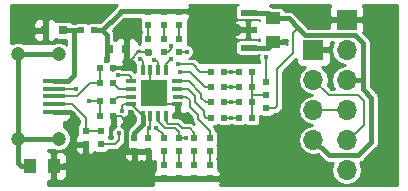
<source format=gtl>
G04 #@! TF.GenerationSoftware,KiCad,Pcbnew,5.0.1-33cea8e~68~ubuntu18.04.1*
G04 #@! TF.CreationDate,2018-11-24T10:41:29+01:00*
G04 #@! TF.ProjectId,FT230XQ_breakout,465432333058515F627265616B6F7574,rev?*
G04 #@! TF.SameCoordinates,Original*
G04 #@! TF.FileFunction,Copper,L1,Top,Signal*
G04 #@! TF.FilePolarity,Positive*
%FSLAX46Y46*%
G04 Gerber Fmt 4.6, Leading zero omitted, Abs format (unit mm)*
G04 Created by KiCad (PCBNEW 5.0.1-33cea8e~68~ubuntu18.04.1) date za 24 nov 2018 10:41:29 CET*
%MOMM*%
%LPD*%
G01*
G04 APERTURE LIST*
G04 #@! TA.AperFunction,SMDPad,CuDef*
%ADD10R,0.950000X0.400000*%
G04 #@! TD*
G04 #@! TA.AperFunction,SMDPad,CuDef*
%ADD11R,0.400000X0.950000*%
G04 #@! TD*
G04 #@! TA.AperFunction,SMDPad,CuDef*
%ADD12R,2.300000X2.300000*%
G04 #@! TD*
G04 #@! TA.AperFunction,ComponentPad*
%ADD13C,1.200000*%
G04 #@! TD*
G04 #@! TA.AperFunction,SMDPad,CuDef*
%ADD14R,1.850000X0.400000*%
G04 #@! TD*
G04 #@! TA.AperFunction,ComponentPad*
%ADD15O,1.700000X1.700000*%
G04 #@! TD*
G04 #@! TA.AperFunction,ComponentPad*
%ADD16R,1.700000X1.700000*%
G04 #@! TD*
G04 #@! TA.AperFunction,SMDPad,CuDef*
%ADD17R,0.800000X0.750000*%
G04 #@! TD*
G04 #@! TA.AperFunction,SMDPad,CuDef*
%ADD18R,0.600000X0.500000*%
G04 #@! TD*
G04 #@! TA.AperFunction,SMDPad,CuDef*
%ADD19R,0.600000X0.600000*%
G04 #@! TD*
G04 #@! TA.AperFunction,SMDPad,CuDef*
%ADD20R,1.250000X1.000000*%
G04 #@! TD*
G04 #@! TA.AperFunction,SMDPad,CuDef*
%ADD21R,0.500000X0.600000*%
G04 #@! TD*
G04 #@! TA.AperFunction,SMDPad,CuDef*
%ADD22R,1.400000X0.480000*%
G04 #@! TD*
G04 #@! TA.AperFunction,SMDPad,CuDef*
%ADD23O,2.850000X1.200000*%
G04 #@! TD*
G04 #@! TA.AperFunction,ComponentPad*
%ADD24R,0.600000X0.600000*%
G04 #@! TD*
G04 #@! TA.AperFunction,SMDPad,CuDef*
%ADD25R,1.000000X1.250000*%
G04 #@! TD*
G04 #@! TA.AperFunction,ViaPad*
%ADD26C,0.600000*%
G04 #@! TD*
G04 #@! TA.AperFunction,ViaPad*
%ADD27C,0.400000*%
G04 #@! TD*
G04 #@! TA.AperFunction,ViaPad*
%ADD28C,0.550000*%
G04 #@! TD*
G04 #@! TA.AperFunction,Conductor*
%ADD29C,0.400000*%
G04 #@! TD*
G04 #@! TA.AperFunction,Conductor*
%ADD30C,0.200000*%
G04 #@! TD*
G04 #@! TA.AperFunction,Conductor*
%ADD31C,0.254000*%
G04 #@! TD*
G04 APERTURE END LIST*
D10*
G04 #@! TO.P,U1,16*
G04 #@! TO.N,Net-(R23-Pad2)*
X159875000Y-66725000D03*
G04 #@! TO.P,U1,15*
G04 #@! TO.N,Net-(R24-Pad2)*
X159875000Y-67375000D03*
G04 #@! TO.P,U1,14*
G04 #@! TO.N,/CBUS3*
X159900000Y-68025000D03*
G04 #@! TO.P,U1,13*
G04 #@! TO.N,GND*
X159875000Y-68675000D03*
D11*
G04 #@! TO.P,U1,12*
G04 #@! TO.N,/CBUS0*
X158875000Y-69675000D03*
G04 #@! TO.P,U1,11*
G04 #@! TO.N,/CBUS1*
X158225000Y-69675000D03*
G04 #@! TO.P,U1,10*
G04 #@! TO.N,VCC*
X157575000Y-69675000D03*
G04 #@! TO.P,U1,9*
G04 #@! TO.N,/3v3int*
X156925000Y-69675000D03*
D10*
G04 #@! TO.P,U1,8*
X155925000Y-68675000D03*
G04 #@! TO.P,U1,7*
G04 #@! TO.N,/USBDM*
X155925000Y-68025000D03*
G04 #@! TO.P,U1,6*
G04 #@! TO.N,/USBDP*
X155925000Y-67375000D03*
G04 #@! TO.P,U1,5*
G04 #@! TO.N,/CBUS2*
X155925000Y-66725000D03*
D11*
G04 #@! TO.P,U1,4*
G04 #@! TO.N,Net-(R22-Pad1)*
X156925000Y-65725000D03*
G04 #@! TO.P,U1,3*
G04 #@! TO.N,GND*
X157575000Y-65725000D03*
G04 #@! TO.P,U1,2*
G04 #@! TO.N,Net-(R21-Pad1)*
X158225000Y-65725000D03*
G04 #@! TO.P,U1,1*
G04 #@! TO.N,/3v3int*
X158875000Y-65725000D03*
D12*
G04 #@! TO.P,U1,17*
G04 #@! TO.N,GND*
X157900000Y-67700000D03*
G04 #@! TD*
D13*
G04 #@! TO.P,J1,S*
G04 #@! TO.N,Net-(C8-Pad1)*
X149825000Y-64425000D03*
X149825000Y-71575000D03*
X146375000Y-64425000D03*
D14*
G04 #@! TO.P,J1,5*
G04 #@! TO.N,GND*
X149400000Y-69300000D03*
G04 #@! TO.P,J1,4*
G04 #@! TO.N,Net-(J1-Pad4)*
X149400000Y-68650000D03*
G04 #@! TO.P,J1,3*
G04 #@! TO.N,Net-(C3-Pad2)*
X149400000Y-68000000D03*
G04 #@! TO.P,J1,2*
G04 #@! TO.N,Net-(C2-Pad2)*
X149400000Y-67350000D03*
G04 #@! TO.P,J1,1*
G04 #@! TO.N,Net-(C1-Pad2)*
X149400000Y-66700000D03*
D13*
G04 #@! TO.P,J1,S*
G04 #@! TO.N,Net-(C8-Pad1)*
X146375000Y-71575000D03*
G04 #@! TD*
D15*
G04 #@! TO.P,J2,6*
G04 #@! TO.N,/RTS*
X174190000Y-74220000D03*
G04 #@! TO.P,J2,5*
G04 #@! TO.N,/RXD*
X174190000Y-71680000D03*
G04 #@! TO.P,J2,4*
G04 #@! TO.N,/TXD*
X174190000Y-69140000D03*
G04 #@! TO.P,J2,3*
G04 #@! TO.N,+3V3*
X174190000Y-66600000D03*
G04 #@! TO.P,J2,2*
G04 #@! TO.N,/CTS*
X174190000Y-64060000D03*
D16*
G04 #@! TO.P,J2,1*
G04 #@! TO.N,GND*
X174190000Y-61520000D03*
G04 #@! TD*
D15*
G04 #@! TO.P,J3,4*
G04 #@! TO.N,+3V3*
X171390000Y-71680000D03*
G04 #@! TO.P,J3,3*
G04 #@! TO.N,/TXD*
X171390000Y-69140000D03*
G04 #@! TO.P,J3,2*
G04 #@! TO.N,/RXD*
X171390000Y-66600000D03*
D16*
G04 #@! TO.P,J3,1*
G04 #@! TO.N,GND*
X171390000Y-64060000D03*
G04 #@! TD*
D17*
G04 #@! TO.P,C1,1*
G04 #@! TO.N,GND*
X148700000Y-62400000D03*
G04 #@! TO.P,C1,2*
G04 #@! TO.N,Net-(C1-Pad2)*
X150200000Y-62400000D03*
G04 #@! TD*
D18*
G04 #@! TO.P,C2,1*
G04 #@! TO.N,GND*
X154450000Y-69700000D03*
G04 #@! TO.P,C2,2*
G04 #@! TO.N,Net-(C2-Pad2)*
X153350000Y-69700000D03*
G04 #@! TD*
G04 #@! TO.P,C3,2*
G04 #@! TO.N,Net-(C3-Pad2)*
X153350000Y-65600000D03*
G04 #@! TO.P,C3,1*
G04 #@! TO.N,GND*
X154450000Y-65600000D03*
G04 #@! TD*
D19*
G04 #@! TO.P,R1,1*
G04 #@! TO.N,VCC*
X152850000Y-62400000D03*
G04 #@! TO.P,R1,2*
G04 #@! TO.N,Net-(C1-Pad2)*
X151750000Y-62400000D03*
G04 #@! TD*
G04 #@! TO.P,R2,2*
G04 #@! TO.N,Net-(J1-Pad4)*
X153400000Y-70950000D03*
G04 #@! TO.P,R2,1*
G04 #@! TO.N,VCC*
X153400000Y-72050000D03*
G04 #@! TD*
G04 #@! TO.P,R3,1*
G04 #@! TO.N,GND*
X152100000Y-72050000D03*
G04 #@! TO.P,R3,2*
G04 #@! TO.N,Net-(J1-Pad4)*
X152100000Y-70950000D03*
G04 #@! TD*
G04 #@! TO.P,R4,2*
G04 #@! TO.N,Net-(C2-Pad2)*
X153350000Y-68400000D03*
G04 #@! TO.P,R4,1*
G04 #@! TO.N,/USBDM*
X154450000Y-68400000D03*
G04 #@! TD*
G04 #@! TO.P,R5,1*
G04 #@! TO.N,/USBDP*
X154450000Y-66900000D03*
G04 #@! TO.P,R5,2*
G04 #@! TO.N,Net-(C3-Pad2)*
X153350000Y-66900000D03*
G04 #@! TD*
D17*
G04 #@! TO.P,C4,1*
G04 #@! TO.N,GND*
X155550000Y-64000000D03*
G04 #@! TO.P,C4,2*
G04 #@! TO.N,VCC*
X154050000Y-64000000D03*
G04 #@! TD*
D20*
G04 #@! TO.P,C5,1*
G04 #@! TO.N,GND*
X168000000Y-63400000D03*
G04 #@! TO.P,C5,2*
G04 #@! TO.N,+3V3*
X168000000Y-61400000D03*
G04 #@! TD*
D21*
G04 #@! TO.P,C6,1*
G04 #@! TO.N,GND*
X157400000Y-72650000D03*
G04 #@! TO.P,C6,2*
G04 #@! TO.N,VCC*
X157400000Y-71550000D03*
G04 #@! TD*
G04 #@! TO.P,C7,2*
G04 #@! TO.N,/3v3int*
X156200000Y-71550000D03*
G04 #@! TO.P,C7,1*
G04 #@! TO.N,GND*
X156200000Y-72650000D03*
G04 #@! TD*
D19*
G04 #@! TO.P,D1,1*
G04 #@! TO.N,Net-(D1-Pad1)*
X157400000Y-61950000D03*
G04 #@! TO.P,D1,2*
G04 #@! TO.N,VCC*
X157400000Y-60850000D03*
G04 #@! TD*
G04 #@! TO.P,D2,1*
G04 #@! TO.N,Net-(D2-Pad1)*
X158700000Y-61950000D03*
G04 #@! TO.P,D2,2*
G04 #@! TO.N,VCC*
X158700000Y-60850000D03*
G04 #@! TD*
G04 #@! TO.P,D3,1*
G04 #@! TO.N,Net-(D3-Pad1)*
X160000000Y-61950000D03*
G04 #@! TO.P,D3,2*
G04 #@! TO.N,VCC*
X160000000Y-60850000D03*
G04 #@! TD*
G04 #@! TO.P,R6,2*
G04 #@! TO.N,Net-(D1-Pad1)*
X157400000Y-63150000D03*
G04 #@! TO.P,R6,1*
G04 #@! TO.N,GND*
X157400000Y-64250000D03*
G04 #@! TD*
G04 #@! TO.P,R7,2*
G04 #@! TO.N,Net-(D2-Pad1)*
X158700000Y-63150000D03*
G04 #@! TO.P,R7,1*
G04 #@! TO.N,/CBUS2*
X158700000Y-64250000D03*
G04 #@! TD*
G04 #@! TO.P,R8,2*
G04 #@! TO.N,Net-(D3-Pad1)*
X160000000Y-63150000D03*
G04 #@! TO.P,R8,1*
G04 #@! TO.N,/CBUS1*
X160000000Y-64250000D03*
G04 #@! TD*
G04 #@! TO.P,R9,1*
G04 #@! TO.N,Net-(R17-Pad2)*
X162600000Y-72650000D03*
G04 #@! TO.P,R9,2*
G04 #@! TO.N,/CBUS3*
X162600000Y-71550000D03*
G04 #@! TD*
G04 #@! TO.P,R10,2*
G04 #@! TO.N,/CBUS2*
X158700000Y-71550000D03*
G04 #@! TO.P,R10,1*
G04 #@! TO.N,Net-(R10-Pad1)*
X158700000Y-72650000D03*
G04 #@! TD*
G04 #@! TO.P,R11,2*
G04 #@! TO.N,/CBUS1*
X160000000Y-71550000D03*
G04 #@! TO.P,R11,1*
G04 #@! TO.N,Net-(R11-Pad1)*
X160000000Y-72650000D03*
G04 #@! TD*
G04 #@! TO.P,R12,2*
G04 #@! TO.N,/CBUS0*
X161300000Y-71550000D03*
G04 #@! TO.P,R12,1*
G04 #@! TO.N,Net-(R12-Pad1)*
X161300000Y-72650000D03*
G04 #@! TD*
G04 #@! TO.P,R13,1*
G04 #@! TO.N,/RXD*
X165050000Y-67200000D03*
G04 #@! TO.P,R13,2*
G04 #@! TO.N,Net-(R13-Pad2)*
X166150000Y-67200000D03*
G04 #@! TD*
G04 #@! TO.P,R14,2*
G04 #@! TO.N,Net-(R13-Pad2)*
X166150000Y-69800000D03*
G04 #@! TO.P,R14,1*
G04 #@! TO.N,/TXD*
X165050000Y-69800000D03*
G04 #@! TD*
G04 #@! TO.P,R15,1*
G04 #@! TO.N,/RTS*
X165050000Y-68500000D03*
G04 #@! TO.P,R15,2*
G04 #@! TO.N,Net-(R13-Pad2)*
X166150000Y-68500000D03*
G04 #@! TD*
G04 #@! TO.P,R16,2*
G04 #@! TO.N,Net-(R13-Pad2)*
X166150000Y-65900000D03*
G04 #@! TO.P,R16,1*
G04 #@! TO.N,/CTS*
X165050000Y-65900000D03*
G04 #@! TD*
G04 #@! TO.P,R17,2*
G04 #@! TO.N,Net-(R17-Pad2)*
X162600000Y-73850000D03*
G04 #@! TO.P,R17,1*
G04 #@! TO.N,GND*
X162600000Y-74950000D03*
G04 #@! TD*
G04 #@! TO.P,R18,1*
G04 #@! TO.N,GND*
X158700000Y-74950000D03*
G04 #@! TO.P,R18,2*
G04 #@! TO.N,Net-(R10-Pad1)*
X158700000Y-73850000D03*
G04 #@! TD*
G04 #@! TO.P,R19,1*
G04 #@! TO.N,GND*
X160000000Y-74950000D03*
G04 #@! TO.P,R19,2*
G04 #@! TO.N,Net-(R11-Pad1)*
X160000000Y-73850000D03*
G04 #@! TD*
G04 #@! TO.P,R20,1*
G04 #@! TO.N,GND*
X161300000Y-74950000D03*
G04 #@! TO.P,R20,2*
G04 #@! TO.N,Net-(R12-Pad1)*
X161300000Y-73850000D03*
G04 #@! TD*
G04 #@! TO.P,R21,1*
G04 #@! TO.N,Net-(R21-Pad1)*
X162750000Y-67200000D03*
G04 #@! TO.P,R21,2*
G04 #@! TO.N,/RXD*
X163850000Y-67200000D03*
G04 #@! TD*
G04 #@! TO.P,R22,2*
G04 #@! TO.N,/CTS*
X163850000Y-65900000D03*
G04 #@! TO.P,R22,1*
G04 #@! TO.N,Net-(R22-Pad1)*
X162750000Y-65900000D03*
G04 #@! TD*
G04 #@! TO.P,R23,1*
G04 #@! TO.N,/RTS*
X163850000Y-68500000D03*
G04 #@! TO.P,R23,2*
G04 #@! TO.N,Net-(R23-Pad2)*
X162750000Y-68500000D03*
G04 #@! TD*
G04 #@! TO.P,R24,2*
G04 #@! TO.N,Net-(R24-Pad2)*
X162750000Y-69800000D03*
G04 #@! TO.P,R24,1*
G04 #@! TO.N,/TXD*
X163850000Y-69800000D03*
G04 #@! TD*
D22*
G04 #@! TO.P,U2,1*
G04 #@! TO.N,GND*
X165900000Y-63900000D03*
G04 #@! TO.P,U2,2*
G04 #@! TO.N,VCC*
X165900000Y-62400000D03*
G04 #@! TO.P,U2,3*
G04 #@! TO.N,+3V3*
X165900000Y-60900000D03*
D23*
G04 #@! TO.P,U2,TAB*
G04 #@! TO.N,VCC*
X163900000Y-62400000D03*
D24*
X164200000Y-62700000D03*
X164200000Y-62100000D03*
X163600000Y-62100000D03*
X163600000Y-62700000D03*
X163000000Y-62400000D03*
X164800000Y-62400000D03*
G04 #@! TD*
D25*
G04 #@! TO.P,C8,1*
G04 #@! TO.N,Net-(C8-Pad1)*
X147400000Y-73900000D03*
G04 #@! TO.P,C8,2*
G04 #@! TO.N,GND*
X149400000Y-73900000D03*
G04 #@! TD*
D19*
G04 #@! TO.P,SJ1,1*
G04 #@! TO.N,/3v3int*
X167400000Y-66800000D03*
G04 #@! TO.P,SJ1,2*
G04 #@! TO.N,Net-(R13-Pad2)*
X167400000Y-67900000D03*
G04 #@! TO.P,SJ1,3*
G04 #@! TO.N,+3V3*
X167400000Y-69000000D03*
G04 #@! TD*
D26*
G04 #@! TO.N,GND*
X151000000Y-69800000D03*
X147700000Y-62400000D03*
D27*
X152100000Y-72700000D03*
D28*
X157300000Y-68300000D03*
X157300000Y-67100000D03*
X158500000Y-67100000D03*
X158500000Y-68300000D03*
D27*
X157700000Y-74900000D03*
D26*
X155900000Y-65500000D03*
X155900000Y-69400000D03*
X169000000Y-63400000D03*
X150400000Y-73900000D03*
D27*
G04 #@! TO.N,Net-(C2-Pad2)*
X151300000Y-67400000D03*
X152400000Y-68400000D03*
D26*
G04 #@! TO.N,VCC*
X153900000Y-64900000D03*
D27*
X154900000Y-71100000D03*
X157500000Y-70700000D03*
G04 #@! TO.N,/3v3int*
X155200000Y-69200000D03*
X159300000Y-64800000D03*
X167400000Y-64700000D03*
G04 #@! TO.N,/RTS*
X164400000Y-68500000D03*
G04 #@! TO.N,/RXD*
X164400000Y-67200000D03*
G04 #@! TO.N,/TXD*
X164400000Y-69800000D03*
G04 #@! TO.N,/CTS*
X164400000Y-65900000D03*
G04 #@! TO.N,/CBUS2*
X159300000Y-63700000D03*
X158100000Y-70700000D03*
X154800000Y-66200000D03*
G04 #@! TO.N,/CBUS1*
X160650000Y-64250000D03*
X160600000Y-71500000D03*
G04 #@! TO.N,Net-(R21-Pad1)*
X157900000Y-64900000D03*
X160100000Y-65900000D03*
G04 #@! TO.N,Net-(R22-Pad1)*
X156700000Y-64800000D03*
X159900000Y-65300000D03*
G04 #@! TD*
D29*
G04 #@! TO.N,GND*
X149400000Y-69300000D02*
X150800000Y-69300000D01*
X150800000Y-69300000D02*
X151000000Y-69500000D01*
X151000000Y-69500000D02*
X151000000Y-69800000D01*
X148700000Y-62400000D02*
X147700000Y-62400000D01*
D30*
X152100000Y-72050000D02*
X152100000Y-72700000D01*
D29*
X155500000Y-72400000D02*
X155500000Y-70100000D01*
X156200000Y-72650000D02*
X155750000Y-72650000D01*
X155750000Y-72650000D02*
X155500000Y-72400000D01*
X157400000Y-72650000D02*
X156200000Y-72650000D01*
D30*
X155100000Y-69700000D02*
X155500000Y-70100000D01*
X154450000Y-69700000D02*
X155100000Y-69700000D01*
X157575000Y-67375000D02*
X157900000Y-67700000D01*
X157575000Y-65725000D02*
X157575000Y-67375000D01*
X158875000Y-68675000D02*
X157900000Y-67700000D01*
X159875000Y-68675000D02*
X158875000Y-68675000D01*
X162600000Y-74950000D02*
X161300000Y-74950000D01*
X161300000Y-74950000D02*
X160000000Y-74950000D01*
X160000000Y-74950000D02*
X158700000Y-74950000D01*
X158700000Y-74950000D02*
X157750000Y-74950000D01*
X157750000Y-74950000D02*
X157700000Y-74900000D01*
D29*
X155550000Y-65150000D02*
X155900000Y-65500000D01*
D30*
X155100000Y-65600000D02*
X155550000Y-65150000D01*
X154450000Y-65600000D02*
X155100000Y-65600000D01*
D29*
X155550000Y-64000000D02*
X155550000Y-64900000D01*
X155550000Y-64900000D02*
X155550000Y-65150000D01*
X155900000Y-69700000D02*
X155500000Y-70100000D01*
X155900000Y-69400000D02*
X155900000Y-69700000D01*
X167500000Y-63900000D02*
X168000000Y-63400000D01*
X165900000Y-63900000D02*
X167500000Y-63900000D01*
X168000000Y-63400000D02*
X169000000Y-63400000D01*
X149400000Y-73900000D02*
X150400000Y-73900000D01*
D30*
X155900000Y-64900000D02*
X155550000Y-64900000D01*
X157400000Y-64250000D02*
X156550000Y-64250000D01*
X156550000Y-64250000D02*
X155900000Y-64900000D01*
G04 #@! TO.N,Net-(J1-Pad4)*
X149400000Y-68650000D02*
X150950000Y-68650000D01*
X150950000Y-68650000D02*
X152100000Y-69800000D01*
X152100000Y-70950000D02*
X153400000Y-70950000D01*
X152100000Y-69800000D02*
X152100000Y-70950000D01*
D29*
G04 #@! TO.N,Net-(C1-Pad2)*
X149400000Y-66700000D02*
X150600000Y-66700000D01*
X150600000Y-66700000D02*
X151100000Y-66200000D01*
X151100000Y-66200000D02*
X151100000Y-62400000D01*
X151100000Y-62400000D02*
X151500000Y-62400000D01*
X150200000Y-62400000D02*
X151100000Y-62400000D01*
X151750000Y-62400000D02*
X151500000Y-62400000D01*
D30*
G04 #@! TO.N,Net-(C2-Pad2)*
X153350000Y-68400000D02*
X153350000Y-69700000D01*
X149400000Y-67350000D02*
X151250000Y-67350000D01*
X151250000Y-67350000D02*
X151300000Y-67400000D01*
X152400000Y-68400000D02*
X153350000Y-68400000D01*
G04 #@! TO.N,Net-(C3-Pad2)*
X153350000Y-66900000D02*
X153350000Y-65600000D01*
X149400000Y-68000000D02*
X151400000Y-68000000D01*
X152500000Y-66900000D02*
X153350000Y-66900000D01*
X151400000Y-68000000D02*
X152500000Y-66900000D01*
D29*
G04 #@! TO.N,VCC*
X152850000Y-62400000D02*
X153500000Y-62400000D01*
X153500000Y-62400000D02*
X154900000Y-61000000D01*
X154900000Y-61000000D02*
X155100000Y-60800000D01*
X155100000Y-60800000D02*
X155900000Y-60800000D01*
X162400000Y-62400000D02*
X163900000Y-62400000D01*
X155900000Y-60800000D02*
X160800000Y-60800000D01*
X160800000Y-60800000D02*
X162400000Y-62400000D01*
X164500000Y-62400000D02*
X164200000Y-62100000D01*
X165900000Y-62400000D02*
X164500000Y-62400000D01*
D30*
X154900000Y-71100000D02*
X154900000Y-71700000D01*
X154900000Y-71700000D02*
X154550000Y-72050000D01*
X154550000Y-72050000D02*
X153400000Y-72050000D01*
D29*
X153900000Y-62800000D02*
X153500000Y-62400000D01*
X153900000Y-64900000D02*
X153900000Y-62800000D01*
D30*
X157575000Y-70625000D02*
X157575000Y-69675000D01*
X157400000Y-70800000D02*
X157400000Y-71550000D01*
X157500000Y-70700000D02*
X157400000Y-70800000D01*
X157500000Y-70700000D02*
X157575000Y-70625000D01*
G04 #@! TO.N,/USBDM*
X154825000Y-68025000D02*
X155925000Y-68025000D01*
X154450000Y-68400000D02*
X154825000Y-68025000D01*
G04 #@! TO.N,/USBDP*
X154925000Y-67375000D02*
X155925000Y-67375000D01*
X154450000Y-66900000D02*
X154925000Y-67375000D01*
D29*
G04 #@! TO.N,+3V3*
X167500000Y-60900000D02*
X168000000Y-61400000D01*
X165900000Y-60900000D02*
X167500000Y-60900000D01*
X168000000Y-61400000D02*
X169300000Y-61400000D01*
X170700000Y-62800000D02*
X174900000Y-62800000D01*
X174900000Y-62800000D02*
X175600000Y-63500000D01*
X175600000Y-67400000D02*
X176300000Y-68100000D01*
X176300000Y-68100000D02*
X176300000Y-71900000D01*
X176300000Y-71900000D02*
X175200000Y-73000000D01*
X172710000Y-73000000D02*
X171390000Y-71680000D01*
X175200000Y-73000000D02*
X172710000Y-73000000D01*
X174190000Y-66600000D02*
X175600000Y-66600000D01*
X175600000Y-63500000D02*
X175600000Y-66600000D01*
X175600000Y-66600000D02*
X175600000Y-67400000D01*
D30*
X167400000Y-69000000D02*
X168100000Y-69000000D01*
X168100000Y-69000000D02*
X168300000Y-68800000D01*
X168300000Y-68800000D02*
X168300000Y-65700000D01*
X168300000Y-65700000D02*
X169700000Y-64300000D01*
X169700000Y-62600000D02*
X170100000Y-62200000D01*
X169700000Y-64300000D02*
X169700000Y-62600000D01*
D29*
X169300000Y-61400000D02*
X170100000Y-62200000D01*
X170100000Y-62200000D02*
X170700000Y-62800000D01*
D30*
G04 #@! TO.N,/3v3int*
X156925000Y-69675000D02*
X156925000Y-69625000D01*
X155975000Y-68675000D02*
X155925000Y-68675000D01*
X156925000Y-69625000D02*
X155975000Y-68675000D01*
X155200000Y-69200000D02*
X155200000Y-68800000D01*
X155325000Y-68675000D02*
X155925000Y-68675000D01*
X155200000Y-68800000D02*
X155325000Y-68675000D01*
X158875000Y-65725000D02*
X158875000Y-65225000D01*
X158875000Y-65225000D02*
X159300000Y-64800000D01*
D29*
X156925000Y-70375000D02*
X156200000Y-71100000D01*
X156925000Y-69675000D02*
X156925000Y-70375000D01*
X156200000Y-71100000D02*
X156200000Y-71550000D01*
D30*
X167400000Y-64700000D02*
X167400000Y-66800000D01*
G04 #@! TO.N,Net-(D1-Pad1)*
X157400000Y-63150000D02*
X157400000Y-61950000D01*
G04 #@! TO.N,Net-(D2-Pad1)*
X158700000Y-63150000D02*
X158700000Y-61950000D01*
G04 #@! TO.N,Net-(D3-Pad1)*
X160000000Y-63150000D02*
X160000000Y-61950000D01*
G04 #@! TO.N,/RTS*
X163850000Y-68500000D02*
X164400000Y-68500000D01*
X164400000Y-68500000D02*
X165050000Y-68500000D01*
G04 #@! TO.N,/RXD*
X174190000Y-71680000D02*
X174420000Y-71680000D01*
X174420000Y-71680000D02*
X175700000Y-70400000D01*
X175700000Y-70400000D02*
X175700000Y-68400000D01*
X175700000Y-68400000D02*
X175200000Y-67900000D01*
X172690000Y-67900000D02*
X171390000Y-66600000D01*
X175200000Y-67900000D02*
X172690000Y-67900000D01*
X163850000Y-67200000D02*
X164400000Y-67200000D01*
X164400000Y-67200000D02*
X165050000Y-67200000D01*
G04 #@! TO.N,/TXD*
X174190000Y-69140000D02*
X171390000Y-69140000D01*
X163850000Y-69800000D02*
X164400000Y-69800000D01*
X164400000Y-69800000D02*
X165050000Y-69800000D01*
G04 #@! TO.N,/CTS*
X163850000Y-65900000D02*
X164400000Y-65900000D01*
X164400000Y-65900000D02*
X165050000Y-65900000D01*
G04 #@! TO.N,/CBUS2*
X158700000Y-64250000D02*
X159050000Y-64250000D01*
X159300000Y-64000000D02*
X159300000Y-63700000D01*
X159050000Y-64250000D02*
X159300000Y-64000000D01*
X158700000Y-71300000D02*
X158700000Y-71550000D01*
X158100000Y-70700000D02*
X158700000Y-71300000D01*
X154800000Y-66200000D02*
X155800000Y-66200000D01*
X155800000Y-66200000D02*
X155925000Y-66325000D01*
X155925000Y-66325000D02*
X155925000Y-66725000D01*
G04 #@! TO.N,/CBUS1*
X160000000Y-71550000D02*
X160000000Y-71400000D01*
X160000000Y-71550000D02*
X160000000Y-71000000D01*
X160000000Y-71000000D02*
X159700000Y-70700000D01*
X159700000Y-70700000D02*
X158800000Y-70700000D01*
X158225000Y-70125000D02*
X158225000Y-69675000D01*
X158800000Y-70700000D02*
X158225000Y-70125000D01*
X160000000Y-64250000D02*
X160650000Y-64250000D01*
X160550000Y-71550000D02*
X160600000Y-71500000D01*
X160000000Y-71550000D02*
X160550000Y-71550000D01*
G04 #@! TO.N,Net-(R17-Pad2)*
X162600000Y-73850000D02*
X162600000Y-72650000D01*
G04 #@! TO.N,/CBUS3*
X162600000Y-70900000D02*
X162600000Y-71550000D01*
X160625000Y-68025000D02*
X160900000Y-68300000D01*
X159900000Y-68025000D02*
X160625000Y-68025000D01*
X160900000Y-68300000D02*
X160900000Y-68900000D01*
X160900000Y-68900000D02*
X161600000Y-69600000D01*
X161600000Y-69600000D02*
X161600000Y-69900000D01*
X161600000Y-69900000D02*
X162600000Y-70900000D01*
G04 #@! TO.N,Net-(R10-Pad1)*
X158700000Y-73850000D02*
X158700000Y-72650000D01*
G04 #@! TO.N,Net-(R11-Pad1)*
X160000000Y-73850000D02*
X160000000Y-72650000D01*
G04 #@! TO.N,/CBUS0*
X161300000Y-71550000D02*
X161300000Y-71100000D01*
X161300000Y-71100000D02*
X160900000Y-70700000D01*
X160900000Y-70700000D02*
X160300000Y-70700000D01*
X160300000Y-70700000D02*
X159900000Y-70300000D01*
X159900000Y-70300000D02*
X159100000Y-70300000D01*
X158875000Y-70075000D02*
X158875000Y-69675000D01*
X159100000Y-70300000D02*
X158875000Y-70075000D01*
G04 #@! TO.N,Net-(R12-Pad1)*
X161300000Y-73850000D02*
X161300000Y-72650000D01*
G04 #@! TO.N,Net-(R21-Pad1)*
X158225000Y-65725000D02*
X158225000Y-65125000D01*
X158225000Y-65125000D02*
X158000000Y-64900000D01*
X158000000Y-64900000D02*
X157900000Y-64900000D01*
X162200000Y-67200000D02*
X162750000Y-67200000D01*
X160100000Y-65900000D02*
X160900000Y-65900000D01*
X160900000Y-65900000D02*
X162200000Y-67200000D01*
G04 #@! TO.N,Net-(R22-Pad1)*
X161800000Y-65900000D02*
X162750000Y-65900000D01*
X159900000Y-65300000D02*
X161200000Y-65300000D01*
X161200000Y-65300000D02*
X161800000Y-65900000D01*
X156925000Y-65025000D02*
X156700000Y-64800000D01*
X156925000Y-65725000D02*
X156925000Y-65025000D01*
G04 #@! TO.N,Net-(R23-Pad2)*
X161900000Y-68100000D02*
X162300000Y-68500000D01*
X161900000Y-67800000D02*
X161900000Y-68100000D01*
X159875000Y-66725000D02*
X160825000Y-66725000D01*
X162300000Y-68500000D02*
X162750000Y-68500000D01*
X160825000Y-66725000D02*
X161900000Y-67800000D01*
G04 #@! TO.N,Net-(R24-Pad2)*
X161400000Y-68000000D02*
X161400000Y-68500000D01*
X162300000Y-69800000D02*
X162750000Y-69800000D01*
X159875000Y-67375000D02*
X160775000Y-67375000D01*
X161400000Y-68500000D02*
X162100000Y-69200000D01*
X162100000Y-69200000D02*
X162100000Y-69600000D01*
X160775000Y-67375000D02*
X161400000Y-68000000D01*
X162100000Y-69600000D02*
X162300000Y-69800000D01*
D29*
G04 #@! TO.N,Net-(C8-Pad1)*
X149825000Y-64425000D02*
X146375000Y-64425000D01*
X146375000Y-64425000D02*
X146375000Y-71575000D01*
X149825000Y-71575000D02*
X146375000Y-71575000D01*
X147400000Y-73900000D02*
X146600000Y-73900000D01*
X146375000Y-73675000D02*
X146375000Y-71575000D01*
X146600000Y-73900000D02*
X146375000Y-73675000D01*
D30*
G04 #@! TO.N,Net-(R13-Pad2)*
X166150000Y-69800000D02*
X166150000Y-68500000D01*
X166150000Y-65900000D02*
X166150000Y-67200000D01*
X166150000Y-67200000D02*
X166150000Y-67900000D01*
X167400000Y-67900000D02*
X166150000Y-67900000D01*
X166150000Y-67900000D02*
X166150000Y-68500000D01*
G04 #@! TD*
G04 #@! TO.N,VCC*
G36*
X165043928Y-60283209D02*
X164911616Y-60371616D01*
X164823209Y-60503928D01*
X164792164Y-60660000D01*
X164792164Y-61140000D01*
X164823209Y-61296072D01*
X164911616Y-61428384D01*
X165043928Y-61516791D01*
X165200000Y-61547836D01*
X166600000Y-61547836D01*
X166756072Y-61516791D01*
X166781202Y-61500000D01*
X166900000Y-61500000D01*
X166900000Y-61626169D01*
X166720938Y-61552000D01*
X166206000Y-61552000D01*
X166054000Y-61704000D01*
X166054000Y-62280000D01*
X166074000Y-62280000D01*
X166074000Y-62520000D01*
X166054000Y-62520000D01*
X166054000Y-63096000D01*
X166206000Y-63248000D01*
X166720938Y-63248000D01*
X166900000Y-63173831D01*
X166900000Y-63300000D01*
X166781202Y-63300000D01*
X166756072Y-63283209D01*
X166600000Y-63252164D01*
X165200000Y-63252164D01*
X165043928Y-63283209D01*
X164911616Y-63371616D01*
X164823209Y-63503928D01*
X164792164Y-63660000D01*
X164792164Y-64140000D01*
X164823209Y-64296072D01*
X164911616Y-64428384D01*
X165043928Y-64516791D01*
X165200000Y-64547836D01*
X166600000Y-64547836D01*
X166756072Y-64516791D01*
X166781202Y-64500000D01*
X166833407Y-64500000D01*
X166800000Y-64580653D01*
X166800000Y-64819347D01*
X166891344Y-65039873D01*
X166900000Y-65048529D01*
X166900000Y-65200000D01*
X166489394Y-65200000D01*
X166450000Y-65192164D01*
X165850000Y-65192164D01*
X165810606Y-65200000D01*
X165389394Y-65200000D01*
X165350000Y-65192164D01*
X164750000Y-65192164D01*
X164710606Y-65200000D01*
X164189394Y-65200000D01*
X164150000Y-65192164D01*
X163550000Y-65192164D01*
X163510606Y-65200000D01*
X163089394Y-65200000D01*
X163050000Y-65192164D01*
X162450000Y-65192164D01*
X162410606Y-65200000D01*
X161807106Y-65200000D01*
X161588376Y-64981270D01*
X161560480Y-64939520D01*
X161395090Y-64829011D01*
X161249243Y-64800000D01*
X161249241Y-64800000D01*
X161200000Y-64790205D01*
X161150759Y-64800000D01*
X160890059Y-64800000D01*
X160989873Y-64758656D01*
X161158656Y-64589873D01*
X161250000Y-64369347D01*
X161250000Y-64130653D01*
X161158656Y-63910127D01*
X160989873Y-63741344D01*
X160800000Y-63662697D01*
X160800000Y-62672000D01*
X164592000Y-62672000D01*
X164592000Y-62760939D01*
X164684563Y-62984405D01*
X164855596Y-63155438D01*
X165079062Y-63248000D01*
X165594000Y-63248000D01*
X165746000Y-63096000D01*
X165746000Y-62520000D01*
X164744000Y-62520000D01*
X164592000Y-62672000D01*
X160800000Y-62672000D01*
X160800000Y-62039061D01*
X164592000Y-62039061D01*
X164592000Y-62128000D01*
X164744000Y-62280000D01*
X165746000Y-62280000D01*
X165746000Y-61704000D01*
X165594000Y-61552000D01*
X165079062Y-61552000D01*
X164855596Y-61644562D01*
X164684563Y-61815595D01*
X164592000Y-62039061D01*
X160800000Y-62039061D01*
X160800000Y-61509842D01*
X160815437Y-61494405D01*
X160908000Y-61270939D01*
X160908000Y-61152000D01*
X160800000Y-61044000D01*
X160800000Y-60656000D01*
X160908000Y-60548000D01*
X160908000Y-60429061D01*
X160844186Y-60275000D01*
X165085197Y-60275000D01*
X165043928Y-60283209D01*
X165043928Y-60283209D01*
G37*
X165043928Y-60283209D02*
X164911616Y-60371616D01*
X164823209Y-60503928D01*
X164792164Y-60660000D01*
X164792164Y-61140000D01*
X164823209Y-61296072D01*
X164911616Y-61428384D01*
X165043928Y-61516791D01*
X165200000Y-61547836D01*
X166600000Y-61547836D01*
X166756072Y-61516791D01*
X166781202Y-61500000D01*
X166900000Y-61500000D01*
X166900000Y-61626169D01*
X166720938Y-61552000D01*
X166206000Y-61552000D01*
X166054000Y-61704000D01*
X166054000Y-62280000D01*
X166074000Y-62280000D01*
X166074000Y-62520000D01*
X166054000Y-62520000D01*
X166054000Y-63096000D01*
X166206000Y-63248000D01*
X166720938Y-63248000D01*
X166900000Y-63173831D01*
X166900000Y-63300000D01*
X166781202Y-63300000D01*
X166756072Y-63283209D01*
X166600000Y-63252164D01*
X165200000Y-63252164D01*
X165043928Y-63283209D01*
X164911616Y-63371616D01*
X164823209Y-63503928D01*
X164792164Y-63660000D01*
X164792164Y-64140000D01*
X164823209Y-64296072D01*
X164911616Y-64428384D01*
X165043928Y-64516791D01*
X165200000Y-64547836D01*
X166600000Y-64547836D01*
X166756072Y-64516791D01*
X166781202Y-64500000D01*
X166833407Y-64500000D01*
X166800000Y-64580653D01*
X166800000Y-64819347D01*
X166891344Y-65039873D01*
X166900000Y-65048529D01*
X166900000Y-65200000D01*
X166489394Y-65200000D01*
X166450000Y-65192164D01*
X165850000Y-65192164D01*
X165810606Y-65200000D01*
X165389394Y-65200000D01*
X165350000Y-65192164D01*
X164750000Y-65192164D01*
X164710606Y-65200000D01*
X164189394Y-65200000D01*
X164150000Y-65192164D01*
X163550000Y-65192164D01*
X163510606Y-65200000D01*
X163089394Y-65200000D01*
X163050000Y-65192164D01*
X162450000Y-65192164D01*
X162410606Y-65200000D01*
X161807106Y-65200000D01*
X161588376Y-64981270D01*
X161560480Y-64939520D01*
X161395090Y-64829011D01*
X161249243Y-64800000D01*
X161249241Y-64800000D01*
X161200000Y-64790205D01*
X161150759Y-64800000D01*
X160890059Y-64800000D01*
X160989873Y-64758656D01*
X161158656Y-64589873D01*
X161250000Y-64369347D01*
X161250000Y-64130653D01*
X161158656Y-63910127D01*
X160989873Y-63741344D01*
X160800000Y-63662697D01*
X160800000Y-62672000D01*
X164592000Y-62672000D01*
X164592000Y-62760939D01*
X164684563Y-62984405D01*
X164855596Y-63155438D01*
X165079062Y-63248000D01*
X165594000Y-63248000D01*
X165746000Y-63096000D01*
X165746000Y-62520000D01*
X164744000Y-62520000D01*
X164592000Y-62672000D01*
X160800000Y-62672000D01*
X160800000Y-62039061D01*
X164592000Y-62039061D01*
X164592000Y-62128000D01*
X164744000Y-62280000D01*
X165746000Y-62280000D01*
X165746000Y-61704000D01*
X165594000Y-61552000D01*
X165079062Y-61552000D01*
X164855596Y-61644562D01*
X164684563Y-61815595D01*
X164592000Y-62039061D01*
X160800000Y-62039061D01*
X160800000Y-61509842D01*
X160815437Y-61494405D01*
X160908000Y-61270939D01*
X160908000Y-61152000D01*
X160800000Y-61044000D01*
X160800000Y-60656000D01*
X160908000Y-60548000D01*
X160908000Y-60429061D01*
X160844186Y-60275000D01*
X165085197Y-60275000D01*
X165043928Y-60283209D01*
D31*
G04 #@! TO.N,GND*
G36*
X172801673Y-60310301D02*
X172705000Y-60543690D01*
X172705000Y-61234250D01*
X172863750Y-61393000D01*
X174063000Y-61393000D01*
X174063000Y-61373000D01*
X174317000Y-61373000D01*
X174317000Y-61393000D01*
X175516250Y-61393000D01*
X175675000Y-61234250D01*
X175675000Y-60543690D01*
X175578327Y-60310301D01*
X175570026Y-60302000D01*
X178498001Y-60302000D01*
X178498000Y-75498000D01*
X163484594Y-75498000D01*
X163535000Y-75376309D01*
X163535000Y-75235750D01*
X163376250Y-75077000D01*
X162727000Y-75077000D01*
X162727000Y-75097000D01*
X162473000Y-75097000D01*
X162473000Y-75077000D01*
X161427000Y-75077000D01*
X161427000Y-75097000D01*
X161173000Y-75097000D01*
X161173000Y-75077000D01*
X160127000Y-75077000D01*
X160127000Y-75097000D01*
X159873000Y-75097000D01*
X159873000Y-75077000D01*
X158827000Y-75077000D01*
X158827000Y-75097000D01*
X158573000Y-75097000D01*
X158573000Y-75077000D01*
X157923750Y-75077000D01*
X157765000Y-75235750D01*
X157765000Y-75376309D01*
X157815406Y-75498000D01*
X148927000Y-75498000D01*
X148927000Y-75160000D01*
X149114250Y-75160000D01*
X149273000Y-75001250D01*
X149273000Y-74027000D01*
X149527000Y-74027000D01*
X149527000Y-75001250D01*
X149685750Y-75160000D01*
X150026309Y-75160000D01*
X150259698Y-75063327D01*
X150438327Y-74884699D01*
X150535000Y-74651310D01*
X150535000Y-74185750D01*
X150376250Y-74027000D01*
X149527000Y-74027000D01*
X149273000Y-74027000D01*
X149253000Y-74027000D01*
X149253000Y-73773000D01*
X149273000Y-73773000D01*
X149273000Y-72798750D01*
X149527000Y-72798750D01*
X149527000Y-73773000D01*
X150376250Y-73773000D01*
X150535000Y-73614250D01*
X150535000Y-73148690D01*
X150438327Y-72915301D01*
X150259698Y-72736673D01*
X150026309Y-72640000D01*
X149685750Y-72640000D01*
X149527000Y-72798750D01*
X149273000Y-72798750D01*
X149114250Y-72640000D01*
X148927000Y-72640000D01*
X148927000Y-72527000D01*
X149439652Y-72527000D01*
X149620717Y-72602000D01*
X150029283Y-72602000D01*
X150406749Y-72445648D01*
X150516647Y-72335750D01*
X151165000Y-72335750D01*
X151165000Y-72476309D01*
X151261673Y-72709698D01*
X151440301Y-72888327D01*
X151673690Y-72985000D01*
X151814250Y-72985000D01*
X151973000Y-72826250D01*
X151973000Y-72177000D01*
X151323750Y-72177000D01*
X151165000Y-72335750D01*
X150516647Y-72335750D01*
X150695648Y-72156749D01*
X150852000Y-71779283D01*
X150852000Y-71370717D01*
X150695648Y-70993251D01*
X150406749Y-70704352D01*
X150227000Y-70629897D01*
X150227000Y-70135000D01*
X150451310Y-70135000D01*
X150684699Y-70038327D01*
X150863327Y-69859698D01*
X150960000Y-69626309D01*
X150960000Y-69558750D01*
X150828252Y-69427002D01*
X150960000Y-69427002D01*
X150960000Y-69405290D01*
X151573000Y-70018291D01*
X151573000Y-70288128D01*
X151492150Y-70342150D01*
X151397775Y-70483393D01*
X151364635Y-70650000D01*
X151364635Y-71250000D01*
X151370830Y-71281144D01*
X151261673Y-71390302D01*
X151165000Y-71623691D01*
X151165000Y-71764250D01*
X151323750Y-71923000D01*
X151973000Y-71923000D01*
X151973000Y-71903000D01*
X152227000Y-71903000D01*
X152227000Y-71923000D01*
X152247000Y-71923000D01*
X152247000Y-72177000D01*
X152227000Y-72177000D01*
X152227000Y-72826250D01*
X152385750Y-72985000D01*
X152526310Y-72985000D01*
X152645209Y-72935750D01*
X155315000Y-72935750D01*
X155315000Y-73076309D01*
X155411673Y-73309698D01*
X155590301Y-73488327D01*
X155823690Y-73585000D01*
X155916250Y-73585000D01*
X156075000Y-73426250D01*
X156075000Y-72777000D01*
X156325000Y-72777000D01*
X156325000Y-73426250D01*
X156483750Y-73585000D01*
X156576310Y-73585000D01*
X156800000Y-73492344D01*
X157023690Y-73585000D01*
X157116250Y-73585000D01*
X157275000Y-73426250D01*
X157275000Y-72777000D01*
X156325000Y-72777000D01*
X156075000Y-72777000D01*
X155473750Y-72777000D01*
X155315000Y-72935750D01*
X152645209Y-72935750D01*
X152759699Y-72888327D01*
X152910858Y-72737167D01*
X152933393Y-72752225D01*
X153100000Y-72785365D01*
X153700000Y-72785365D01*
X153866607Y-72752225D01*
X154007850Y-72657850D01*
X154061872Y-72577000D01*
X154498102Y-72577000D01*
X154550000Y-72587323D01*
X154601898Y-72577000D01*
X154601903Y-72577000D01*
X154755625Y-72546423D01*
X154929945Y-72429945D01*
X154959345Y-72385945D01*
X155235947Y-72109344D01*
X155279945Y-72079945D01*
X155309343Y-72035948D01*
X155309346Y-72035945D01*
X155396423Y-71905626D01*
X155410283Y-71835944D01*
X155427000Y-71751903D01*
X155427000Y-71751899D01*
X155437323Y-71700000D01*
X155427000Y-71648101D01*
X155427000Y-71459712D01*
X155431545Y-71455167D01*
X155514635Y-71254570D01*
X155514635Y-71850000D01*
X155520830Y-71881144D01*
X155411673Y-71990302D01*
X155315000Y-72223691D01*
X155315000Y-72364250D01*
X155473750Y-72523000D01*
X156075000Y-72523000D01*
X156075000Y-72503000D01*
X156325000Y-72503000D01*
X156325000Y-72523000D01*
X157275000Y-72523000D01*
X157275000Y-72503000D01*
X157525000Y-72503000D01*
X157525000Y-72523000D01*
X157547000Y-72523000D01*
X157547000Y-72777000D01*
X157525000Y-72777000D01*
X157525000Y-73426250D01*
X157683750Y-73585000D01*
X157776310Y-73585000D01*
X157973958Y-73503132D01*
X157964635Y-73550000D01*
X157964635Y-74150000D01*
X157970830Y-74181144D01*
X157861673Y-74290302D01*
X157765000Y-74523691D01*
X157765000Y-74664250D01*
X157923750Y-74823000D01*
X158573000Y-74823000D01*
X158573000Y-74803000D01*
X158827000Y-74803000D01*
X158827000Y-74823000D01*
X159873000Y-74823000D01*
X159873000Y-74803000D01*
X160127000Y-74803000D01*
X160127000Y-74823000D01*
X161173000Y-74823000D01*
X161173000Y-74803000D01*
X161427000Y-74803000D01*
X161427000Y-74823000D01*
X162473000Y-74823000D01*
X162473000Y-74803000D01*
X162727000Y-74803000D01*
X162727000Y-74823000D01*
X163376250Y-74823000D01*
X163535000Y-74664250D01*
X163535000Y-74523691D01*
X163438327Y-74290302D01*
X163329170Y-74181144D01*
X163335365Y-74150000D01*
X163335365Y-73550000D01*
X163302225Y-73383393D01*
X163213095Y-73250000D01*
X163302225Y-73116607D01*
X163335365Y-72950000D01*
X163335365Y-72350000D01*
X163302225Y-72183393D01*
X163246504Y-72100000D01*
X163302225Y-72016607D01*
X163335365Y-71850000D01*
X163335365Y-71250000D01*
X163302225Y-71083393D01*
X163207850Y-70942150D01*
X163136182Y-70894263D01*
X163127000Y-70848101D01*
X163127000Y-70848097D01*
X163096423Y-70694375D01*
X163086781Y-70679945D01*
X163009346Y-70564055D01*
X163009343Y-70564052D01*
X162990175Y-70535365D01*
X163050000Y-70535365D01*
X163216607Y-70502225D01*
X163300000Y-70446504D01*
X163383393Y-70502225D01*
X163550000Y-70535365D01*
X164150000Y-70535365D01*
X164316607Y-70502225D01*
X164429190Y-70427000D01*
X164470810Y-70427000D01*
X164583393Y-70502225D01*
X164750000Y-70535365D01*
X165350000Y-70535365D01*
X165516607Y-70502225D01*
X165600000Y-70446504D01*
X165683393Y-70502225D01*
X165850000Y-70535365D01*
X166450000Y-70535365D01*
X166616607Y-70502225D01*
X166757850Y-70407850D01*
X166852225Y-70266607D01*
X166885365Y-70100000D01*
X166885365Y-69670134D01*
X166933393Y-69702225D01*
X167100000Y-69735365D01*
X167700000Y-69735365D01*
X167866607Y-69702225D01*
X168007850Y-69607850D01*
X168060257Y-69529418D01*
X168100000Y-69537323D01*
X168151898Y-69527000D01*
X168151903Y-69527000D01*
X168305625Y-69496423D01*
X168479945Y-69379945D01*
X168509345Y-69335945D01*
X168635945Y-69209345D01*
X168679945Y-69179945D01*
X168714269Y-69128577D01*
X168796423Y-69005625D01*
X168798254Y-68996422D01*
X168827000Y-68851903D01*
X168827000Y-68851899D01*
X168837323Y-68800000D01*
X168827000Y-68748101D01*
X168827000Y-65918290D01*
X169905000Y-64840291D01*
X169905000Y-65036310D01*
X170001673Y-65269699D01*
X170180302Y-65448327D01*
X170413691Y-65545000D01*
X170670382Y-65545000D01*
X170469335Y-65679335D01*
X170187093Y-66101740D01*
X170087983Y-66600000D01*
X170187093Y-67098260D01*
X170469335Y-67520665D01*
X170891740Y-67802907D01*
X171229040Y-67870000D01*
X170891740Y-67937093D01*
X170469335Y-68219335D01*
X170187093Y-68641740D01*
X170087983Y-69140000D01*
X170187093Y-69638260D01*
X170469335Y-70060665D01*
X170891740Y-70342907D01*
X171229040Y-70410000D01*
X170891740Y-70477093D01*
X170469335Y-70759335D01*
X170187093Y-71181740D01*
X170087983Y-71680000D01*
X170187093Y-72178260D01*
X170469335Y-72600665D01*
X170891740Y-72882907D01*
X171264231Y-72957000D01*
X171515769Y-72957000D01*
X171736402Y-72913113D01*
X172222981Y-73399693D01*
X172257959Y-73452041D01*
X172310307Y-73487019D01*
X172404565Y-73550000D01*
X172465357Y-73590620D01*
X172648250Y-73627000D01*
X172648254Y-73627000D01*
X172710000Y-73639282D01*
X172771746Y-73627000D01*
X173050396Y-73627000D01*
X172987093Y-73721740D01*
X172887983Y-74220000D01*
X172987093Y-74718260D01*
X173269335Y-75140665D01*
X173691740Y-75422907D01*
X174064231Y-75497000D01*
X174315769Y-75497000D01*
X174688260Y-75422907D01*
X175110665Y-75140665D01*
X175392907Y-74718260D01*
X175492017Y-74220000D01*
X175392907Y-73721740D01*
X175321643Y-73615086D01*
X175444643Y-73590620D01*
X175652041Y-73452041D01*
X175687020Y-73399691D01*
X176699693Y-72387019D01*
X176752041Y-72352041D01*
X176828693Y-72237324D01*
X176890620Y-72144643D01*
X176901619Y-72089346D01*
X176927000Y-71961750D01*
X176927000Y-71961746D01*
X176939282Y-71900000D01*
X176927000Y-71838254D01*
X176927000Y-68161744D01*
X176939282Y-68099999D01*
X176927000Y-68038254D01*
X176927000Y-68038250D01*
X176890620Y-67855357D01*
X176752041Y-67647959D01*
X176699694Y-67612982D01*
X176227000Y-67140289D01*
X176227000Y-66661750D01*
X176239283Y-66600000D01*
X176227000Y-66538250D01*
X176227000Y-63561744D01*
X176239282Y-63499999D01*
X176227000Y-63438254D01*
X176227000Y-63438250D01*
X176190620Y-63255357D01*
X176096335Y-63114250D01*
X176087019Y-63100307D01*
X176052041Y-63047959D01*
X175999694Y-63012982D01*
X175618771Y-62632059D01*
X175675000Y-62496310D01*
X175675000Y-61805750D01*
X175516250Y-61647000D01*
X174317000Y-61647000D01*
X174317000Y-61667000D01*
X174063000Y-61667000D01*
X174063000Y-61647000D01*
X172863750Y-61647000D01*
X172705000Y-61805750D01*
X172705000Y-62173000D01*
X170959712Y-62173000D01*
X170587021Y-61800310D01*
X170587019Y-61800307D01*
X169787020Y-61000309D01*
X169752041Y-60947959D01*
X169544643Y-60809380D01*
X169361750Y-60773000D01*
X169361746Y-60773000D01*
X169300000Y-60760718D01*
X169238254Y-60773000D01*
X169035103Y-60773000D01*
X169027225Y-60733393D01*
X168932850Y-60592150D01*
X168791607Y-60497775D01*
X168625000Y-60464635D01*
X167963184Y-60464635D01*
X167952041Y-60447959D01*
X167744643Y-60309380D01*
X167707542Y-60302000D01*
X172809974Y-60302000D01*
X172801673Y-60310301D01*
X172801673Y-60310301D01*
G37*
X172801673Y-60310301D02*
X172705000Y-60543690D01*
X172705000Y-61234250D01*
X172863750Y-61393000D01*
X174063000Y-61393000D01*
X174063000Y-61373000D01*
X174317000Y-61373000D01*
X174317000Y-61393000D01*
X175516250Y-61393000D01*
X175675000Y-61234250D01*
X175675000Y-60543690D01*
X175578327Y-60310301D01*
X175570026Y-60302000D01*
X178498001Y-60302000D01*
X178498000Y-75498000D01*
X163484594Y-75498000D01*
X163535000Y-75376309D01*
X163535000Y-75235750D01*
X163376250Y-75077000D01*
X162727000Y-75077000D01*
X162727000Y-75097000D01*
X162473000Y-75097000D01*
X162473000Y-75077000D01*
X161427000Y-75077000D01*
X161427000Y-75097000D01*
X161173000Y-75097000D01*
X161173000Y-75077000D01*
X160127000Y-75077000D01*
X160127000Y-75097000D01*
X159873000Y-75097000D01*
X159873000Y-75077000D01*
X158827000Y-75077000D01*
X158827000Y-75097000D01*
X158573000Y-75097000D01*
X158573000Y-75077000D01*
X157923750Y-75077000D01*
X157765000Y-75235750D01*
X157765000Y-75376309D01*
X157815406Y-75498000D01*
X148927000Y-75498000D01*
X148927000Y-75160000D01*
X149114250Y-75160000D01*
X149273000Y-75001250D01*
X149273000Y-74027000D01*
X149527000Y-74027000D01*
X149527000Y-75001250D01*
X149685750Y-75160000D01*
X150026309Y-75160000D01*
X150259698Y-75063327D01*
X150438327Y-74884699D01*
X150535000Y-74651310D01*
X150535000Y-74185750D01*
X150376250Y-74027000D01*
X149527000Y-74027000D01*
X149273000Y-74027000D01*
X149253000Y-74027000D01*
X149253000Y-73773000D01*
X149273000Y-73773000D01*
X149273000Y-72798750D01*
X149527000Y-72798750D01*
X149527000Y-73773000D01*
X150376250Y-73773000D01*
X150535000Y-73614250D01*
X150535000Y-73148690D01*
X150438327Y-72915301D01*
X150259698Y-72736673D01*
X150026309Y-72640000D01*
X149685750Y-72640000D01*
X149527000Y-72798750D01*
X149273000Y-72798750D01*
X149114250Y-72640000D01*
X148927000Y-72640000D01*
X148927000Y-72527000D01*
X149439652Y-72527000D01*
X149620717Y-72602000D01*
X150029283Y-72602000D01*
X150406749Y-72445648D01*
X150516647Y-72335750D01*
X151165000Y-72335750D01*
X151165000Y-72476309D01*
X151261673Y-72709698D01*
X151440301Y-72888327D01*
X151673690Y-72985000D01*
X151814250Y-72985000D01*
X151973000Y-72826250D01*
X151973000Y-72177000D01*
X151323750Y-72177000D01*
X151165000Y-72335750D01*
X150516647Y-72335750D01*
X150695648Y-72156749D01*
X150852000Y-71779283D01*
X150852000Y-71370717D01*
X150695648Y-70993251D01*
X150406749Y-70704352D01*
X150227000Y-70629897D01*
X150227000Y-70135000D01*
X150451310Y-70135000D01*
X150684699Y-70038327D01*
X150863327Y-69859698D01*
X150960000Y-69626309D01*
X150960000Y-69558750D01*
X150828252Y-69427002D01*
X150960000Y-69427002D01*
X150960000Y-69405290D01*
X151573000Y-70018291D01*
X151573000Y-70288128D01*
X151492150Y-70342150D01*
X151397775Y-70483393D01*
X151364635Y-70650000D01*
X151364635Y-71250000D01*
X151370830Y-71281144D01*
X151261673Y-71390302D01*
X151165000Y-71623691D01*
X151165000Y-71764250D01*
X151323750Y-71923000D01*
X151973000Y-71923000D01*
X151973000Y-71903000D01*
X152227000Y-71903000D01*
X152227000Y-71923000D01*
X152247000Y-71923000D01*
X152247000Y-72177000D01*
X152227000Y-72177000D01*
X152227000Y-72826250D01*
X152385750Y-72985000D01*
X152526310Y-72985000D01*
X152645209Y-72935750D01*
X155315000Y-72935750D01*
X155315000Y-73076309D01*
X155411673Y-73309698D01*
X155590301Y-73488327D01*
X155823690Y-73585000D01*
X155916250Y-73585000D01*
X156075000Y-73426250D01*
X156075000Y-72777000D01*
X156325000Y-72777000D01*
X156325000Y-73426250D01*
X156483750Y-73585000D01*
X156576310Y-73585000D01*
X156800000Y-73492344D01*
X157023690Y-73585000D01*
X157116250Y-73585000D01*
X157275000Y-73426250D01*
X157275000Y-72777000D01*
X156325000Y-72777000D01*
X156075000Y-72777000D01*
X155473750Y-72777000D01*
X155315000Y-72935750D01*
X152645209Y-72935750D01*
X152759699Y-72888327D01*
X152910858Y-72737167D01*
X152933393Y-72752225D01*
X153100000Y-72785365D01*
X153700000Y-72785365D01*
X153866607Y-72752225D01*
X154007850Y-72657850D01*
X154061872Y-72577000D01*
X154498102Y-72577000D01*
X154550000Y-72587323D01*
X154601898Y-72577000D01*
X154601903Y-72577000D01*
X154755625Y-72546423D01*
X154929945Y-72429945D01*
X154959345Y-72385945D01*
X155235947Y-72109344D01*
X155279945Y-72079945D01*
X155309343Y-72035948D01*
X155309346Y-72035945D01*
X155396423Y-71905626D01*
X155410283Y-71835944D01*
X155427000Y-71751903D01*
X155427000Y-71751899D01*
X155437323Y-71700000D01*
X155427000Y-71648101D01*
X155427000Y-71459712D01*
X155431545Y-71455167D01*
X155514635Y-71254570D01*
X155514635Y-71850000D01*
X155520830Y-71881144D01*
X155411673Y-71990302D01*
X155315000Y-72223691D01*
X155315000Y-72364250D01*
X155473750Y-72523000D01*
X156075000Y-72523000D01*
X156075000Y-72503000D01*
X156325000Y-72503000D01*
X156325000Y-72523000D01*
X157275000Y-72523000D01*
X157275000Y-72503000D01*
X157525000Y-72503000D01*
X157525000Y-72523000D01*
X157547000Y-72523000D01*
X157547000Y-72777000D01*
X157525000Y-72777000D01*
X157525000Y-73426250D01*
X157683750Y-73585000D01*
X157776310Y-73585000D01*
X157973958Y-73503132D01*
X157964635Y-73550000D01*
X157964635Y-74150000D01*
X157970830Y-74181144D01*
X157861673Y-74290302D01*
X157765000Y-74523691D01*
X157765000Y-74664250D01*
X157923750Y-74823000D01*
X158573000Y-74823000D01*
X158573000Y-74803000D01*
X158827000Y-74803000D01*
X158827000Y-74823000D01*
X159873000Y-74823000D01*
X159873000Y-74803000D01*
X160127000Y-74803000D01*
X160127000Y-74823000D01*
X161173000Y-74823000D01*
X161173000Y-74803000D01*
X161427000Y-74803000D01*
X161427000Y-74823000D01*
X162473000Y-74823000D01*
X162473000Y-74803000D01*
X162727000Y-74803000D01*
X162727000Y-74823000D01*
X163376250Y-74823000D01*
X163535000Y-74664250D01*
X163535000Y-74523691D01*
X163438327Y-74290302D01*
X163329170Y-74181144D01*
X163335365Y-74150000D01*
X163335365Y-73550000D01*
X163302225Y-73383393D01*
X163213095Y-73250000D01*
X163302225Y-73116607D01*
X163335365Y-72950000D01*
X163335365Y-72350000D01*
X163302225Y-72183393D01*
X163246504Y-72100000D01*
X163302225Y-72016607D01*
X163335365Y-71850000D01*
X163335365Y-71250000D01*
X163302225Y-71083393D01*
X163207850Y-70942150D01*
X163136182Y-70894263D01*
X163127000Y-70848101D01*
X163127000Y-70848097D01*
X163096423Y-70694375D01*
X163086781Y-70679945D01*
X163009346Y-70564055D01*
X163009343Y-70564052D01*
X162990175Y-70535365D01*
X163050000Y-70535365D01*
X163216607Y-70502225D01*
X163300000Y-70446504D01*
X163383393Y-70502225D01*
X163550000Y-70535365D01*
X164150000Y-70535365D01*
X164316607Y-70502225D01*
X164429190Y-70427000D01*
X164470810Y-70427000D01*
X164583393Y-70502225D01*
X164750000Y-70535365D01*
X165350000Y-70535365D01*
X165516607Y-70502225D01*
X165600000Y-70446504D01*
X165683393Y-70502225D01*
X165850000Y-70535365D01*
X166450000Y-70535365D01*
X166616607Y-70502225D01*
X166757850Y-70407850D01*
X166852225Y-70266607D01*
X166885365Y-70100000D01*
X166885365Y-69670134D01*
X166933393Y-69702225D01*
X167100000Y-69735365D01*
X167700000Y-69735365D01*
X167866607Y-69702225D01*
X168007850Y-69607850D01*
X168060257Y-69529418D01*
X168100000Y-69537323D01*
X168151898Y-69527000D01*
X168151903Y-69527000D01*
X168305625Y-69496423D01*
X168479945Y-69379945D01*
X168509345Y-69335945D01*
X168635945Y-69209345D01*
X168679945Y-69179945D01*
X168714269Y-69128577D01*
X168796423Y-69005625D01*
X168798254Y-68996422D01*
X168827000Y-68851903D01*
X168827000Y-68851899D01*
X168837323Y-68800000D01*
X168827000Y-68748101D01*
X168827000Y-65918290D01*
X169905000Y-64840291D01*
X169905000Y-65036310D01*
X170001673Y-65269699D01*
X170180302Y-65448327D01*
X170413691Y-65545000D01*
X170670382Y-65545000D01*
X170469335Y-65679335D01*
X170187093Y-66101740D01*
X170087983Y-66600000D01*
X170187093Y-67098260D01*
X170469335Y-67520665D01*
X170891740Y-67802907D01*
X171229040Y-67870000D01*
X170891740Y-67937093D01*
X170469335Y-68219335D01*
X170187093Y-68641740D01*
X170087983Y-69140000D01*
X170187093Y-69638260D01*
X170469335Y-70060665D01*
X170891740Y-70342907D01*
X171229040Y-70410000D01*
X170891740Y-70477093D01*
X170469335Y-70759335D01*
X170187093Y-71181740D01*
X170087983Y-71680000D01*
X170187093Y-72178260D01*
X170469335Y-72600665D01*
X170891740Y-72882907D01*
X171264231Y-72957000D01*
X171515769Y-72957000D01*
X171736402Y-72913113D01*
X172222981Y-73399693D01*
X172257959Y-73452041D01*
X172310307Y-73487019D01*
X172404565Y-73550000D01*
X172465357Y-73590620D01*
X172648250Y-73627000D01*
X172648254Y-73627000D01*
X172710000Y-73639282D01*
X172771746Y-73627000D01*
X173050396Y-73627000D01*
X172987093Y-73721740D01*
X172887983Y-74220000D01*
X172987093Y-74718260D01*
X173269335Y-75140665D01*
X173691740Y-75422907D01*
X174064231Y-75497000D01*
X174315769Y-75497000D01*
X174688260Y-75422907D01*
X175110665Y-75140665D01*
X175392907Y-74718260D01*
X175492017Y-74220000D01*
X175392907Y-73721740D01*
X175321643Y-73615086D01*
X175444643Y-73590620D01*
X175652041Y-73452041D01*
X175687020Y-73399691D01*
X176699693Y-72387019D01*
X176752041Y-72352041D01*
X176828693Y-72237324D01*
X176890620Y-72144643D01*
X176901619Y-72089346D01*
X176927000Y-71961750D01*
X176927000Y-71961746D01*
X176939282Y-71900000D01*
X176927000Y-71838254D01*
X176927000Y-68161744D01*
X176939282Y-68099999D01*
X176927000Y-68038254D01*
X176927000Y-68038250D01*
X176890620Y-67855357D01*
X176752041Y-67647959D01*
X176699694Y-67612982D01*
X176227000Y-67140289D01*
X176227000Y-66661750D01*
X176239283Y-66600000D01*
X176227000Y-66538250D01*
X176227000Y-63561744D01*
X176239282Y-63499999D01*
X176227000Y-63438254D01*
X176227000Y-63438250D01*
X176190620Y-63255357D01*
X176096335Y-63114250D01*
X176087019Y-63100307D01*
X176052041Y-63047959D01*
X175999694Y-63012982D01*
X175618771Y-62632059D01*
X175675000Y-62496310D01*
X175675000Y-61805750D01*
X175516250Y-61647000D01*
X174317000Y-61647000D01*
X174317000Y-61667000D01*
X174063000Y-61667000D01*
X174063000Y-61647000D01*
X172863750Y-61647000D01*
X172705000Y-61805750D01*
X172705000Y-62173000D01*
X170959712Y-62173000D01*
X170587021Y-61800310D01*
X170587019Y-61800307D01*
X169787020Y-61000309D01*
X169752041Y-60947959D01*
X169544643Y-60809380D01*
X169361750Y-60773000D01*
X169361746Y-60773000D01*
X169300000Y-60760718D01*
X169238254Y-60773000D01*
X169035103Y-60773000D01*
X169027225Y-60733393D01*
X168932850Y-60592150D01*
X168791607Y-60497775D01*
X168625000Y-60464635D01*
X167963184Y-60464635D01*
X167952041Y-60447959D01*
X167744643Y-60309380D01*
X167707542Y-60302000D01*
X172809974Y-60302000D01*
X172801673Y-60310301D01*
G36*
X154577000Y-69575000D02*
X154597000Y-69575000D01*
X154597000Y-69825000D01*
X154577000Y-69825000D01*
X154577000Y-70426250D01*
X154668133Y-70517383D01*
X154544833Y-70568455D01*
X154368455Y-70744833D01*
X154273000Y-70975282D01*
X154273000Y-71224718D01*
X154368455Y-71455167D01*
X154373000Y-71459712D01*
X154373000Y-71481709D01*
X154331710Y-71523000D01*
X154061872Y-71523000D01*
X154046504Y-71500000D01*
X154102225Y-71416607D01*
X154135365Y-71250000D01*
X154135365Y-70650000D01*
X154122436Y-70585000D01*
X154164250Y-70585000D01*
X154323000Y-70426250D01*
X154323000Y-69825000D01*
X154303000Y-69825000D01*
X154303000Y-69575000D01*
X154323000Y-69575000D01*
X154323000Y-69553000D01*
X154577000Y-69553000D01*
X154577000Y-69575000D01*
X154577000Y-69575000D01*
G37*
X154577000Y-69575000D02*
X154597000Y-69575000D01*
X154597000Y-69825000D01*
X154577000Y-69825000D01*
X154577000Y-70426250D01*
X154668133Y-70517383D01*
X154544833Y-70568455D01*
X154368455Y-70744833D01*
X154273000Y-70975282D01*
X154273000Y-71224718D01*
X154368455Y-71455167D01*
X154373000Y-71459712D01*
X154373000Y-71481709D01*
X154331710Y-71523000D01*
X154061872Y-71523000D01*
X154046504Y-71500000D01*
X154102225Y-71416607D01*
X154135365Y-71250000D01*
X154135365Y-70650000D01*
X154122436Y-70585000D01*
X154164250Y-70585000D01*
X154323000Y-70426250D01*
X154323000Y-69825000D01*
X154303000Y-69825000D01*
X154303000Y-69575000D01*
X154323000Y-69575000D01*
X154323000Y-69553000D01*
X154577000Y-69553000D01*
X154577000Y-69575000D01*
G36*
X156289635Y-69734926D02*
X156289635Y-70123654D01*
X155800310Y-70612979D01*
X155747959Y-70647959D01*
X155609380Y-70855358D01*
X155573000Y-71038251D01*
X155573000Y-71038254D01*
X155570908Y-71048772D01*
X155547775Y-71083393D01*
X155527000Y-71187837D01*
X155527000Y-70975282D01*
X155431545Y-70744833D01*
X155255167Y-70568455D01*
X155085709Y-70498263D01*
X155109698Y-70488327D01*
X155288327Y-70309699D01*
X155385000Y-70076310D01*
X155385000Y-69983750D01*
X155228252Y-69827002D01*
X155385000Y-69827002D01*
X155385000Y-69802030D01*
X155555167Y-69731545D01*
X155731545Y-69555167D01*
X155827000Y-69324718D01*
X155827000Y-69310365D01*
X155865075Y-69310365D01*
X156289635Y-69734926D01*
X156289635Y-69734926D01*
G37*
X156289635Y-69734926D02*
X156289635Y-70123654D01*
X155800310Y-70612979D01*
X155747959Y-70647959D01*
X155609380Y-70855358D01*
X155573000Y-71038251D01*
X155573000Y-71038254D01*
X155570908Y-71048772D01*
X155547775Y-71083393D01*
X155527000Y-71187837D01*
X155527000Y-70975282D01*
X155431545Y-70744833D01*
X155255167Y-70568455D01*
X155085709Y-70498263D01*
X155109698Y-70488327D01*
X155288327Y-70309699D01*
X155385000Y-70076310D01*
X155385000Y-69983750D01*
X155228252Y-69827002D01*
X155385000Y-69827002D01*
X155385000Y-69802030D01*
X155555167Y-69731545D01*
X155731545Y-69555167D01*
X155827000Y-69324718D01*
X155827000Y-69310365D01*
X155865075Y-69310365D01*
X156289635Y-69734926D01*
G36*
X160022000Y-68775000D02*
X160002000Y-68775000D01*
X160002000Y-69351250D01*
X160160750Y-69510000D01*
X160476309Y-69510000D01*
X160680239Y-69425529D01*
X161073000Y-69818290D01*
X161073000Y-69848102D01*
X161062677Y-69900000D01*
X161073000Y-69951898D01*
X161073000Y-69951903D01*
X161097486Y-70075000D01*
X161103578Y-70105625D01*
X161190654Y-70235944D01*
X161190658Y-70235948D01*
X161220056Y-70279945D01*
X161264053Y-70309343D01*
X161264334Y-70309624D01*
X161105625Y-70203577D01*
X160951903Y-70173000D01*
X160951898Y-70173000D01*
X160900000Y-70162677D01*
X160848102Y-70173000D01*
X160518290Y-70173000D01*
X160309345Y-69964055D01*
X160279945Y-69920055D01*
X160231944Y-69887981D01*
X160204098Y-69869375D01*
X160105625Y-69803577D01*
X159951903Y-69773000D01*
X159951898Y-69773000D01*
X159900000Y-69762677D01*
X159848102Y-69773000D01*
X159510365Y-69773000D01*
X159510365Y-69510000D01*
X159589250Y-69510000D01*
X159748000Y-69351250D01*
X159748000Y-68775000D01*
X159728000Y-68775000D01*
X159728000Y-68660365D01*
X160022000Y-68660365D01*
X160022000Y-68775000D01*
X160022000Y-68775000D01*
G37*
X160022000Y-68775000D02*
X160002000Y-68775000D01*
X160002000Y-69351250D01*
X160160750Y-69510000D01*
X160476309Y-69510000D01*
X160680239Y-69425529D01*
X161073000Y-69818290D01*
X161073000Y-69848102D01*
X161062677Y-69900000D01*
X161073000Y-69951898D01*
X161073000Y-69951903D01*
X161097486Y-70075000D01*
X161103578Y-70105625D01*
X161190654Y-70235944D01*
X161190658Y-70235948D01*
X161220056Y-70279945D01*
X161264053Y-70309343D01*
X161264334Y-70309624D01*
X161105625Y-70203577D01*
X160951903Y-70173000D01*
X160951898Y-70173000D01*
X160900000Y-70162677D01*
X160848102Y-70173000D01*
X160518290Y-70173000D01*
X160309345Y-69964055D01*
X160279945Y-69920055D01*
X160231944Y-69887981D01*
X160204098Y-69869375D01*
X160105625Y-69803577D01*
X159951903Y-69773000D01*
X159951898Y-69773000D01*
X159900000Y-69762677D01*
X159848102Y-69773000D01*
X159510365Y-69773000D01*
X159510365Y-69510000D01*
X159589250Y-69510000D01*
X159748000Y-69351250D01*
X159748000Y-68775000D01*
X159728000Y-68775000D01*
X159728000Y-68660365D01*
X160022000Y-68660365D01*
X160022000Y-68775000D01*
G36*
X158027000Y-67573000D02*
X158047000Y-67573000D01*
X158047000Y-67827000D01*
X158027000Y-67827000D01*
X158027000Y-67847000D01*
X157773000Y-67847000D01*
X157773000Y-67827000D01*
X157753000Y-67827000D01*
X157753000Y-67573000D01*
X157773000Y-67573000D01*
X157773000Y-67553000D01*
X158027000Y-67553000D01*
X158027000Y-67573000D01*
X158027000Y-67573000D01*
G37*
X158027000Y-67573000D02*
X158047000Y-67573000D01*
X158047000Y-67827000D01*
X158027000Y-67827000D01*
X158027000Y-67847000D01*
X157773000Y-67847000D01*
X157773000Y-67827000D01*
X157753000Y-67827000D01*
X157753000Y-67573000D01*
X157773000Y-67573000D01*
X157773000Y-67553000D01*
X158027000Y-67553000D01*
X158027000Y-67573000D01*
G36*
X172987093Y-63561740D02*
X172887983Y-64060000D01*
X172987093Y-64558260D01*
X173269335Y-64980665D01*
X173691740Y-65262907D01*
X174029040Y-65330000D01*
X173691740Y-65397093D01*
X173269335Y-65679335D01*
X172987093Y-66101740D01*
X172887983Y-66600000D01*
X172987093Y-67098260D01*
X173170668Y-67373000D01*
X172908291Y-67373000D01*
X172599650Y-67064360D01*
X172692017Y-66600000D01*
X172592907Y-66101740D01*
X172310665Y-65679335D01*
X172109618Y-65545000D01*
X172366309Y-65545000D01*
X172599698Y-65448327D01*
X172778327Y-65269699D01*
X172875000Y-65036310D01*
X172875000Y-64345750D01*
X172716250Y-64187000D01*
X171517000Y-64187000D01*
X171517000Y-64207000D01*
X171263000Y-64207000D01*
X171263000Y-64187000D01*
X171243000Y-64187000D01*
X171243000Y-63933000D01*
X171263000Y-63933000D01*
X171263000Y-63913000D01*
X171517000Y-63913000D01*
X171517000Y-63933000D01*
X172716250Y-63933000D01*
X172875000Y-63774250D01*
X172875000Y-63427000D01*
X173077123Y-63427000D01*
X172987093Y-63561740D01*
X172987093Y-63561740D01*
G37*
X172987093Y-63561740D02*
X172887983Y-64060000D01*
X172987093Y-64558260D01*
X173269335Y-64980665D01*
X173691740Y-65262907D01*
X174029040Y-65330000D01*
X173691740Y-65397093D01*
X173269335Y-65679335D01*
X172987093Y-66101740D01*
X172887983Y-66600000D01*
X172987093Y-67098260D01*
X173170668Y-67373000D01*
X172908291Y-67373000D01*
X172599650Y-67064360D01*
X172692017Y-66600000D01*
X172592907Y-66101740D01*
X172310665Y-65679335D01*
X172109618Y-65545000D01*
X172366309Y-65545000D01*
X172599698Y-65448327D01*
X172778327Y-65269699D01*
X172875000Y-65036310D01*
X172875000Y-64345750D01*
X172716250Y-64187000D01*
X171517000Y-64187000D01*
X171517000Y-64207000D01*
X171263000Y-64207000D01*
X171263000Y-64187000D01*
X171243000Y-64187000D01*
X171243000Y-63933000D01*
X171263000Y-63933000D01*
X171263000Y-63913000D01*
X171517000Y-63913000D01*
X171517000Y-63933000D01*
X172716250Y-63933000D01*
X172875000Y-63774250D01*
X172875000Y-63427000D01*
X173077123Y-63427000D01*
X172987093Y-63561740D01*
G36*
X156697775Y-61483393D02*
X156664635Y-61650000D01*
X156664635Y-62250000D01*
X156697775Y-62416607D01*
X156786905Y-62550000D01*
X156697775Y-62683393D01*
X156664635Y-62850000D01*
X156664635Y-63450000D01*
X156670830Y-63481144D01*
X156585000Y-63566975D01*
X156585000Y-63498690D01*
X156488327Y-63265301D01*
X156309698Y-63086673D01*
X156076309Y-62990000D01*
X155835750Y-62990000D01*
X155677000Y-63148750D01*
X155677000Y-63873000D01*
X155697000Y-63873000D01*
X155697000Y-64127000D01*
X155677000Y-64127000D01*
X155677000Y-64851250D01*
X155835750Y-65010000D01*
X156076309Y-65010000D01*
X156103636Y-64998681D01*
X156168455Y-65155167D01*
X156289635Y-65276347D01*
X156289635Y-65934825D01*
X156260945Y-65915655D01*
X156209345Y-65864055D01*
X156179945Y-65820055D01*
X156005625Y-65703577D01*
X155851903Y-65673000D01*
X155851898Y-65673000D01*
X155800000Y-65662677D01*
X155748102Y-65673000D01*
X155159712Y-65673000D01*
X155155167Y-65668455D01*
X154924718Y-65573000D01*
X154675282Y-65573000D01*
X154444833Y-65668455D01*
X154366288Y-65747000D01*
X154323000Y-65747000D01*
X154323000Y-65725000D01*
X154303000Y-65725000D01*
X154303000Y-65519971D01*
X154311813Y-65516321D01*
X154375134Y-65453000D01*
X154577000Y-65453000D01*
X154577000Y-65475000D01*
X155226250Y-65475000D01*
X155385000Y-65316250D01*
X155385000Y-65223690D01*
X155288327Y-64990301D01*
X155286138Y-64988112D01*
X155423000Y-64851250D01*
X155423000Y-64127000D01*
X155403000Y-64127000D01*
X155403000Y-63873000D01*
X155423000Y-63873000D01*
X155423000Y-63148750D01*
X155264250Y-62990000D01*
X155023691Y-62990000D01*
X154790302Y-63086673D01*
X154639142Y-63237832D01*
X154616607Y-63222775D01*
X154527000Y-63204951D01*
X154527000Y-62861744D01*
X154539282Y-62799999D01*
X154527000Y-62738254D01*
X154527000Y-62738250D01*
X154490620Y-62555357D01*
X154386773Y-62399939D01*
X155359712Y-61427000D01*
X156735455Y-61427000D01*
X156697775Y-61483393D01*
X156697775Y-61483393D01*
G37*
X156697775Y-61483393D02*
X156664635Y-61650000D01*
X156664635Y-62250000D01*
X156697775Y-62416607D01*
X156786905Y-62550000D01*
X156697775Y-62683393D01*
X156664635Y-62850000D01*
X156664635Y-63450000D01*
X156670830Y-63481144D01*
X156585000Y-63566975D01*
X156585000Y-63498690D01*
X156488327Y-63265301D01*
X156309698Y-63086673D01*
X156076309Y-62990000D01*
X155835750Y-62990000D01*
X155677000Y-63148750D01*
X155677000Y-63873000D01*
X155697000Y-63873000D01*
X155697000Y-64127000D01*
X155677000Y-64127000D01*
X155677000Y-64851250D01*
X155835750Y-65010000D01*
X156076309Y-65010000D01*
X156103636Y-64998681D01*
X156168455Y-65155167D01*
X156289635Y-65276347D01*
X156289635Y-65934825D01*
X156260945Y-65915655D01*
X156209345Y-65864055D01*
X156179945Y-65820055D01*
X156005625Y-65703577D01*
X155851903Y-65673000D01*
X155851898Y-65673000D01*
X155800000Y-65662677D01*
X155748102Y-65673000D01*
X155159712Y-65673000D01*
X155155167Y-65668455D01*
X154924718Y-65573000D01*
X154675282Y-65573000D01*
X154444833Y-65668455D01*
X154366288Y-65747000D01*
X154323000Y-65747000D01*
X154323000Y-65725000D01*
X154303000Y-65725000D01*
X154303000Y-65519971D01*
X154311813Y-65516321D01*
X154375134Y-65453000D01*
X154577000Y-65453000D01*
X154577000Y-65475000D01*
X155226250Y-65475000D01*
X155385000Y-65316250D01*
X155385000Y-65223690D01*
X155288327Y-64990301D01*
X155286138Y-64988112D01*
X155423000Y-64851250D01*
X155423000Y-64127000D01*
X155403000Y-64127000D01*
X155403000Y-63873000D01*
X155423000Y-63873000D01*
X155423000Y-63148750D01*
X155264250Y-62990000D01*
X155023691Y-62990000D01*
X154790302Y-63086673D01*
X154639142Y-63237832D01*
X154616607Y-63222775D01*
X154527000Y-63204951D01*
X154527000Y-62861744D01*
X154539282Y-62799999D01*
X154527000Y-62738254D01*
X154527000Y-62738250D01*
X154490620Y-62555357D01*
X154386773Y-62399939D01*
X155359712Y-61427000D01*
X156735455Y-61427000D01*
X156697775Y-61483393D01*
G36*
X157589635Y-65872000D02*
X157560365Y-65872000D01*
X157560365Y-65578000D01*
X157589635Y-65578000D01*
X157589635Y-65872000D01*
X157589635Y-65872000D01*
G37*
X157589635Y-65872000D02*
X157560365Y-65872000D01*
X157560365Y-65578000D01*
X157589635Y-65578000D01*
X157589635Y-65872000D01*
G36*
X157527000Y-64123000D02*
X157547000Y-64123000D01*
X157547000Y-64367557D01*
X157544833Y-64368455D01*
X157536288Y-64377000D01*
X157527000Y-64377000D01*
X157527000Y-64386288D01*
X157516288Y-64397000D01*
X157273000Y-64397000D01*
X157273000Y-64377000D01*
X157253000Y-64377000D01*
X157253000Y-64123000D01*
X157273000Y-64123000D01*
X157273000Y-64103000D01*
X157527000Y-64103000D01*
X157527000Y-64123000D01*
X157527000Y-64123000D01*
G37*
X157527000Y-64123000D02*
X157547000Y-64123000D01*
X157547000Y-64367557D01*
X157544833Y-64368455D01*
X157536288Y-64377000D01*
X157527000Y-64377000D01*
X157527000Y-64386288D01*
X157516288Y-64397000D01*
X157273000Y-64397000D01*
X157273000Y-64377000D01*
X157253000Y-64377000D01*
X157253000Y-64123000D01*
X157273000Y-64123000D01*
X157273000Y-64103000D01*
X157527000Y-64103000D01*
X157527000Y-64123000D01*
G36*
X156465000Y-64165750D02*
X156426252Y-64127002D01*
X156465000Y-64127002D01*
X156465000Y-64165750D01*
X156465000Y-64165750D01*
G37*
X156465000Y-64165750D02*
X156426252Y-64127002D01*
X156465000Y-64127002D01*
X156465000Y-64165750D01*
G36*
X156623748Y-64122998D02*
X156585000Y-64122998D01*
X156585000Y-64084250D01*
X156623748Y-64122998D01*
X156623748Y-64122998D01*
G37*
X156623748Y-64122998D02*
X156585000Y-64122998D01*
X156585000Y-64084250D01*
X156623748Y-64122998D01*
G36*
X154647959Y-60347959D02*
X154612978Y-60400312D01*
X154500311Y-60512978D01*
X154500307Y-60512981D01*
X153315695Y-61697594D01*
X153150000Y-61664635D01*
X152550000Y-61664635D01*
X152383393Y-61697775D01*
X152300000Y-61753496D01*
X152216607Y-61697775D01*
X152050000Y-61664635D01*
X151450000Y-61664635D01*
X151283393Y-61697775D01*
X151170810Y-61773000D01*
X151161750Y-61773000D01*
X151100000Y-61760717D01*
X151038250Y-61773000D01*
X150945168Y-61773000D01*
X150907850Y-61717150D01*
X150766607Y-61622775D01*
X150600000Y-61589635D01*
X149800000Y-61589635D01*
X149633393Y-61622775D01*
X149610858Y-61637832D01*
X149459698Y-61486673D01*
X149226309Y-61390000D01*
X148985750Y-61390000D01*
X148827000Y-61548750D01*
X148827000Y-62273000D01*
X148847000Y-62273000D01*
X148847000Y-62527000D01*
X148827000Y-62527000D01*
X148827000Y-63251250D01*
X148985750Y-63410000D01*
X149226309Y-63410000D01*
X149459698Y-63313327D01*
X149610858Y-63162168D01*
X149633393Y-63177225D01*
X149800000Y-63210365D01*
X150473001Y-63210365D01*
X150473001Y-63620604D01*
X150406749Y-63554352D01*
X150029283Y-63398000D01*
X149620717Y-63398000D01*
X149439652Y-63473000D01*
X146760348Y-63473000D01*
X146579283Y-63398000D01*
X146170717Y-63398000D01*
X145989651Y-63473000D01*
X145802000Y-63473000D01*
X145802000Y-62685750D01*
X147665000Y-62685750D01*
X147665000Y-62901310D01*
X147761673Y-63134699D01*
X147940302Y-63313327D01*
X148173691Y-63410000D01*
X148414250Y-63410000D01*
X148573000Y-63251250D01*
X148573000Y-62527000D01*
X147823750Y-62527000D01*
X147665000Y-62685750D01*
X145802000Y-62685750D01*
X145802000Y-61898690D01*
X147665000Y-61898690D01*
X147665000Y-62114250D01*
X147823750Y-62273000D01*
X148573000Y-62273000D01*
X148573000Y-61548750D01*
X148414250Y-61390000D01*
X148173691Y-61390000D01*
X147940302Y-61486673D01*
X147761673Y-61665301D01*
X147665000Y-61898690D01*
X145802000Y-61898690D01*
X145802000Y-60302000D01*
X154716741Y-60302000D01*
X154647959Y-60347959D01*
X154647959Y-60347959D01*
G37*
X154647959Y-60347959D02*
X154612978Y-60400312D01*
X154500311Y-60512978D01*
X154500307Y-60512981D01*
X153315695Y-61697594D01*
X153150000Y-61664635D01*
X152550000Y-61664635D01*
X152383393Y-61697775D01*
X152300000Y-61753496D01*
X152216607Y-61697775D01*
X152050000Y-61664635D01*
X151450000Y-61664635D01*
X151283393Y-61697775D01*
X151170810Y-61773000D01*
X151161750Y-61773000D01*
X151100000Y-61760717D01*
X151038250Y-61773000D01*
X150945168Y-61773000D01*
X150907850Y-61717150D01*
X150766607Y-61622775D01*
X150600000Y-61589635D01*
X149800000Y-61589635D01*
X149633393Y-61622775D01*
X149610858Y-61637832D01*
X149459698Y-61486673D01*
X149226309Y-61390000D01*
X148985750Y-61390000D01*
X148827000Y-61548750D01*
X148827000Y-62273000D01*
X148847000Y-62273000D01*
X148847000Y-62527000D01*
X148827000Y-62527000D01*
X148827000Y-63251250D01*
X148985750Y-63410000D01*
X149226309Y-63410000D01*
X149459698Y-63313327D01*
X149610858Y-63162168D01*
X149633393Y-63177225D01*
X149800000Y-63210365D01*
X150473001Y-63210365D01*
X150473001Y-63620604D01*
X150406749Y-63554352D01*
X150029283Y-63398000D01*
X149620717Y-63398000D01*
X149439652Y-63473000D01*
X146760348Y-63473000D01*
X146579283Y-63398000D01*
X146170717Y-63398000D01*
X145989651Y-63473000D01*
X145802000Y-63473000D01*
X145802000Y-62685750D01*
X147665000Y-62685750D01*
X147665000Y-62901310D01*
X147761673Y-63134699D01*
X147940302Y-63313327D01*
X148173691Y-63410000D01*
X148414250Y-63410000D01*
X148573000Y-63251250D01*
X148573000Y-62527000D01*
X147823750Y-62527000D01*
X147665000Y-62685750D01*
X145802000Y-62685750D01*
X145802000Y-61898690D01*
X147665000Y-61898690D01*
X147665000Y-62114250D01*
X147823750Y-62273000D01*
X148573000Y-62273000D01*
X148573000Y-61548750D01*
X148414250Y-61390000D01*
X148173691Y-61390000D01*
X147940302Y-61486673D01*
X147761673Y-61665301D01*
X147665000Y-61898690D01*
X145802000Y-61898690D01*
X145802000Y-60302000D01*
X154716741Y-60302000D01*
X154647959Y-60347959D01*
G36*
X169173000Y-63598750D02*
X169101252Y-63527002D01*
X169173000Y-63527002D01*
X169173000Y-63598750D01*
X169173000Y-63598750D01*
G37*
X169173000Y-63598750D02*
X169101252Y-63527002D01*
X169173000Y-63527002D01*
X169173000Y-63598750D01*
G36*
X168127000Y-63273000D02*
X168147000Y-63273000D01*
X168147000Y-63527000D01*
X168127000Y-63527000D01*
X168127000Y-63547000D01*
X167873000Y-63547000D01*
X167873000Y-63527000D01*
X167853000Y-63527000D01*
X167853000Y-63273000D01*
X167873000Y-63273000D01*
X167873000Y-63253000D01*
X168127000Y-63253000D01*
X168127000Y-63273000D01*
X168127000Y-63273000D01*
G37*
X168127000Y-63273000D02*
X168147000Y-63273000D01*
X168147000Y-63527000D01*
X168127000Y-63527000D01*
X168127000Y-63547000D01*
X167873000Y-63547000D01*
X167873000Y-63527000D01*
X167853000Y-63527000D01*
X167853000Y-63273000D01*
X167873000Y-63273000D01*
X167873000Y-63253000D01*
X168127000Y-63253000D01*
X168127000Y-63273000D01*
G36*
X169173001Y-63272998D02*
X169101252Y-63272998D01*
X169173001Y-63201249D01*
X169173001Y-63272998D01*
X169173001Y-63272998D01*
G37*
X169173001Y-63272998D02*
X169101252Y-63272998D01*
X169173001Y-63201249D01*
X169173001Y-63272998D01*
G04 #@! TD*
M02*

</source>
